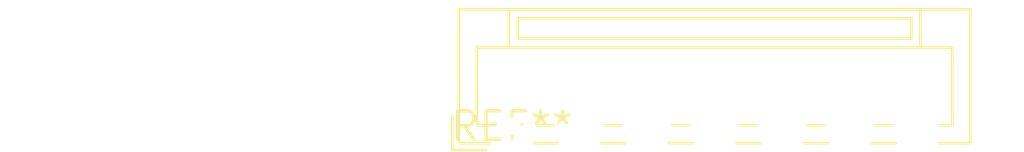
<source format=kicad_pcb>
(kicad_pcb (version 20240108) (generator pcbnew)
  (layers (0 "F.Cu" signal) (31 "B.Cu" signal) (34 "B.Paste" user) (35 "F.Paste" user) (36 "B.SilkS" user "B.Silkscreen") (37 "F.SilkS" user "F.Silkscreen") (38 "B.Mask" user) (39 "F.Mask" user) (44 "Edge.Cuts" user))
  (net 0 "")
  (footprint "JST_ZE_B13B-ZESK-D_1x13_P1.50mm_Vertical" (layer "F.Cu") (at 0 0)
    (property "Reference" "REF**")
    (property "Value" "JST_ZE_B13B-ZESK-D_1x13_P1.50mm_Vertical")
    (fp_line (start -2.66 -0.44) (end -2.66 1.06) (layer "F.SilkS") (stroke (width 0.12)))
    (fp_line (start -2.66 1.06) (end -1.16 1.06) (layer "F.SilkS") (stroke (width 0.12)))
    (fp_line (start -2.36 -5.21) (end 20.36 -5.21) (layer "F.SilkS") (stroke (width 0.12)))
    (fp_line (start -2.36 0.76) (end -2.36 -5.21) (layer "F.SilkS") (stroke (width 0.12)))
    (fp_line (start -1.56 -3.51) (end -1.56 -0.04) (layer "F.SilkS") (stroke (width 0.12)))
    (fp_line (start -1.56 -0.04) (end -1 -0.04) (layer "F.SilkS") (stroke (width 0.12)))
    (fp_line (start -0.96 0.76) (end -2.36 0.76) (layer "F.SilkS") (stroke (width 0.12)))
    (fp_line (start -0.14 -5.21) (end -0.14 -3.51) (layer "F.SilkS") (stroke (width 0.12)))
    (fp_line (start -0.14 -3.51) (end -1.56 -3.51) (layer "F.SilkS") (stroke (width 0.12)))
    (fp_line (start -0.14 -3.51) (end 18.14 -3.51) (layer "F.SilkS") (stroke (width 0.12)))
    (fp_line (start 0.26 -4.81) (end 0.26 -3.91) (layer "F.SilkS") (stroke (width 0.12)))
    (fp_line (start 0.26 -3.91) (end 17.74 -3.91) (layer "F.SilkS") (stroke (width 0.12)))
    (fp_line (start 0.96 0.76) (end 2.04 0.76) (layer "F.SilkS") (stroke (width 0.12)))
    (fp_line (start 1.135 -0.04) (end 1.865 -0.04) (layer "F.SilkS") (stroke (width 0.12)))
    (fp_line (start 3.96 0.76) (end 5.04 0.76) (layer "F.SilkS") (stroke (width 0.12)))
    (fp_line (start 4.135 -0.04) (end 4.865 -0.04) (layer "F.SilkS") (stroke (width 0.12)))
    (fp_line (start 6.96 0.76) (end 8.04 0.76) (layer "F.SilkS") (stroke (width 0.12)))
    (fp_line (start 7.135 -0.04) (end 7.865 -0.04) (layer "F.SilkS") (stroke (width 0.12)))
    (fp_line (start 9.96 0.76) (end 11.04 0.76) (layer "F.SilkS") (stroke (width 0.12)))
    (fp_line (start 10.135 -0.04) (end 10.865 -0.04) (layer "F.SilkS") (stroke (width 0.12)))
    (fp_line (start 12.96 0.76) (end 14.04 0.76) (layer "F.SilkS") (stroke (width 0.12)))
    (fp_line (start 13.135 -0.04) (end 13.865 -0.04) (layer "F.SilkS") (stroke (width 0.12)))
    (fp_line (start 15.96 0.76) (end 17.04 0.76) (layer "F.SilkS") (stroke (width 0.12)))
    (fp_line (start 16.135 -0.04) (end 16.865 -0.04) (layer "F.SilkS") (stroke (width 0.12)))
    (fp_line (start 17.74 -4.81) (end 0.26 -4.81) (layer "F.SilkS") (stroke (width 0.12)))
    (fp_line (start 17.74 -3.91) (end 17.74 -4.81) (layer "F.SilkS") (stroke (width 0.12)))
    (fp_line (start 18.14 -5.21) (end -0.14 -5.21) (layer "F.SilkS") (stroke (width 0.12)))
    (fp_line (start 18.14 -3.51) (end 18.14 -5.21) (layer "F.SilkS") (stroke (width 0.12)))
    (fp_line (start 18.14 -3.51) (end 19.56 -3.51) (layer "F.SilkS") (stroke (width 0.12)))
    (fp_line (start 19.56 -3.51) (end 19.56 -0.04) (layer "F.SilkS") (stroke (width 0.12)))
    (fp_line (start 19.56 -0.04) (end 19 -0.04) (layer "F.SilkS") (stroke (width 0.12)))
    (fp_line (start 20.36 -5.21) (end 20.36 0.76) (layer "F.SilkS") (stroke (width 0.12)))
    (fp_line (start 20.36 0.76) (end 18.96 0.76) (layer "F.SilkS") (stroke (width 0.12)))
    (pad "1" thru_hole custom (at 0 0) (size 1.117157 1.117157) (drill 0.75) (layers *.Cu *.Mask) (remove_unused_layers) (options (clearance outline) (anchor circle)) (primitives (gr_poly (pts (xy 0.45 -0.225) (xy 0.45 0.625) (xy -0.45 0.625) (xy -0.45 -0.625) (xy 0.05 -0.625)) (width 0.5) (fill yes))))
    (pad "2" thru_hole oval (at 1.5 -2) (size 1.4 1.75) (drill 0.75) (layers *.Cu *.Mask) (remove_unused_layers))
    (pad "3" thru_hole oval (at 3 0) (size 1.4 1.75) (drill 0.75) (layers *.Cu *.Mask) (remove_unused_layers))
    (pad "4" thru_hole oval (at 4.5 -2) (size 1.4 1.75) (drill 0.75) (layers *.Cu *.Mask) (remove_unused_layers))
    (pad "5" thru_hole oval (at 6 0) (size 1.4 1.75) (drill 0.75) (layers *.Cu *.Mask) (remove_unused_layers))
    (pad "6" thru_hole oval (at 7.5 -2) (size 1.4 1.75) (drill 0.75) (layers *.Cu *.Mask) (remove_unused_layers))
    (pad "7" thru_hole oval (at 9 0) (size 1.4 1.75) (drill 0.75) (layers *.Cu *.Mask) (remove_unused_layers))
    (pad "8" thru_hole oval (at 10.5 -2) (size 1.4 1.75) (drill 0.75) (layers *.Cu *.Mask) (remove_unused_layers))
    (pad "9" thru_hole oval (at 12 0) (size 1.4 1.75) (drill 0.75) (layers *.Cu *.Mask) (remove_unused_layers))
    (pad "10" thru_hole oval (at 13.5 -2) (size 1.4 1.75) (drill 0.75) (layers *.Cu *.Mask) (remove_unused_layers))
    (pad "11" thru_hole oval (at 15 0) (size 1.4 1.75) (drill 0.75) (layers *.Cu *.Mask) (remove_unused_layers))
    (pad "12" thru_hole oval (at 16.5 -2) (size 1.4 1.75) (drill 0.75) (layers *.Cu *.Mask) (remove_unused_layers))
    (pad "13" thru_hole oval (at 18 0) (size 1.4 1.75) (drill 0.75) (layers *.Cu *.Mask) (remove_unused_layers))
  )
)
</source>
